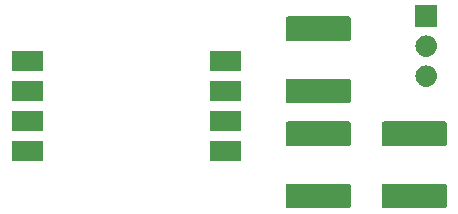
<source format=gbr>
G04 #@! TF.GenerationSoftware,KiCad,Pcbnew,(5.1.2-1)-1*
G04 #@! TF.CreationDate,2020-11-05T16:21:26-08:00*
G04 #@! TF.ProjectId,Pressure Sensor,50726573-7375-4726-9520-53656e736f72,rev?*
G04 #@! TF.SameCoordinates,Original*
G04 #@! TF.FileFunction,Soldermask,Top*
G04 #@! TF.FilePolarity,Negative*
%FSLAX46Y46*%
G04 Gerber Fmt 4.6, Leading zero omitted, Abs format (unit mm)*
G04 Created by KiCad (PCBNEW (5.1.2-1)-1) date 2020-11-05 16:21:26*
%MOMM*%
%LPD*%
G04 APERTURE LIST*
%ADD10C,0.100000*%
G04 APERTURE END LIST*
D10*
G36*
X159078402Y-33255351D02*
G01*
X159110101Y-33264967D01*
X159139310Y-33280580D01*
X159164911Y-33301589D01*
X159185920Y-33327190D01*
X159201533Y-33356399D01*
X159211149Y-33388098D01*
X159215000Y-33427197D01*
X159215000Y-35152803D01*
X159211149Y-35191902D01*
X159201533Y-35223601D01*
X159185920Y-35252810D01*
X159164911Y-35278411D01*
X159139310Y-35299420D01*
X159110101Y-35315033D01*
X159078402Y-35324649D01*
X159039303Y-35328500D01*
X153888697Y-35328500D01*
X153849598Y-35324649D01*
X153817899Y-35315033D01*
X153788690Y-35299420D01*
X153763089Y-35278411D01*
X153742080Y-35252810D01*
X153726467Y-35223601D01*
X153716851Y-35191902D01*
X153713000Y-35152803D01*
X153713000Y-33427197D01*
X153716851Y-33388098D01*
X153726467Y-33356399D01*
X153742080Y-33327190D01*
X153763089Y-33301589D01*
X153788690Y-33280580D01*
X153817899Y-33264967D01*
X153849598Y-33255351D01*
X153888697Y-33251500D01*
X159039303Y-33251500D01*
X159078402Y-33255351D01*
X159078402Y-33255351D01*
G37*
G36*
X150950402Y-33255351D02*
G01*
X150982101Y-33264967D01*
X151011310Y-33280580D01*
X151036911Y-33301589D01*
X151057920Y-33327190D01*
X151073533Y-33356399D01*
X151083149Y-33388098D01*
X151087000Y-33427197D01*
X151087000Y-35152803D01*
X151083149Y-35191902D01*
X151073533Y-35223601D01*
X151057920Y-35252810D01*
X151036911Y-35278411D01*
X151011310Y-35299420D01*
X150982101Y-35315033D01*
X150950402Y-35324649D01*
X150911303Y-35328500D01*
X145760697Y-35328500D01*
X145721598Y-35324649D01*
X145689899Y-35315033D01*
X145660690Y-35299420D01*
X145635089Y-35278411D01*
X145614080Y-35252810D01*
X145598467Y-35223601D01*
X145588851Y-35191902D01*
X145585000Y-35152803D01*
X145585000Y-33427197D01*
X145588851Y-33388098D01*
X145598467Y-33356399D01*
X145614080Y-33327190D01*
X145635089Y-33301589D01*
X145660690Y-33280580D01*
X145689899Y-33264967D01*
X145721598Y-33255351D01*
X145760697Y-33251500D01*
X150911303Y-33251500D01*
X150950402Y-33255351D01*
X150950402Y-33255351D01*
G37*
G36*
X141783000Y-31293000D02*
G01*
X139141000Y-31293000D01*
X139141000Y-29667000D01*
X141783000Y-29667000D01*
X141783000Y-31293000D01*
X141783000Y-31293000D01*
G37*
G36*
X125019000Y-31293000D02*
G01*
X122377000Y-31293000D01*
X122377000Y-29667000D01*
X125019000Y-29667000D01*
X125019000Y-31293000D01*
X125019000Y-31293000D01*
G37*
G36*
X159078402Y-27980351D02*
G01*
X159110101Y-27989967D01*
X159139310Y-28005580D01*
X159164911Y-28026589D01*
X159185920Y-28052190D01*
X159201533Y-28081399D01*
X159211149Y-28113098D01*
X159215000Y-28152197D01*
X159215000Y-29877803D01*
X159211149Y-29916902D01*
X159201533Y-29948601D01*
X159185920Y-29977810D01*
X159164911Y-30003411D01*
X159139310Y-30024420D01*
X159110101Y-30040033D01*
X159078402Y-30049649D01*
X159039303Y-30053500D01*
X153888697Y-30053500D01*
X153849598Y-30049649D01*
X153817899Y-30040033D01*
X153788690Y-30024420D01*
X153763089Y-30003411D01*
X153742080Y-29977810D01*
X153726467Y-29948601D01*
X153716851Y-29916902D01*
X153713000Y-29877803D01*
X153713000Y-28152197D01*
X153716851Y-28113098D01*
X153726467Y-28081399D01*
X153742080Y-28052190D01*
X153763089Y-28026589D01*
X153788690Y-28005580D01*
X153817899Y-27989967D01*
X153849598Y-27980351D01*
X153888697Y-27976500D01*
X159039303Y-27976500D01*
X159078402Y-27980351D01*
X159078402Y-27980351D01*
G37*
G36*
X150950402Y-27980351D02*
G01*
X150982101Y-27989967D01*
X151011310Y-28005580D01*
X151036911Y-28026589D01*
X151057920Y-28052190D01*
X151073533Y-28081399D01*
X151083149Y-28113098D01*
X151087000Y-28152197D01*
X151087000Y-29877803D01*
X151083149Y-29916902D01*
X151073533Y-29948601D01*
X151057920Y-29977810D01*
X151036911Y-30003411D01*
X151011310Y-30024420D01*
X150982101Y-30040033D01*
X150950402Y-30049649D01*
X150911303Y-30053500D01*
X145760697Y-30053500D01*
X145721598Y-30049649D01*
X145689899Y-30040033D01*
X145660690Y-30024420D01*
X145635089Y-30003411D01*
X145614080Y-29977810D01*
X145598467Y-29948601D01*
X145588851Y-29916902D01*
X145585000Y-29877803D01*
X145585000Y-28152197D01*
X145588851Y-28113098D01*
X145598467Y-28081399D01*
X145614080Y-28052190D01*
X145635089Y-28026589D01*
X145660690Y-28005580D01*
X145689899Y-27989967D01*
X145721598Y-27980351D01*
X145760697Y-27976500D01*
X150911303Y-27976500D01*
X150950402Y-27980351D01*
X150950402Y-27980351D01*
G37*
G36*
X141783000Y-28753000D02*
G01*
X139141000Y-28753000D01*
X139141000Y-27127000D01*
X141783000Y-27127000D01*
X141783000Y-28753000D01*
X141783000Y-28753000D01*
G37*
G36*
X125019000Y-28753000D02*
G01*
X122377000Y-28753000D01*
X122377000Y-27127000D01*
X125019000Y-27127000D01*
X125019000Y-28753000D01*
X125019000Y-28753000D01*
G37*
G36*
X150950402Y-24365351D02*
G01*
X150982101Y-24374967D01*
X151011310Y-24390580D01*
X151036911Y-24411589D01*
X151057920Y-24437190D01*
X151073533Y-24466399D01*
X151083149Y-24498098D01*
X151087000Y-24537197D01*
X151087000Y-26262803D01*
X151083149Y-26301902D01*
X151073533Y-26333601D01*
X151057920Y-26362810D01*
X151036911Y-26388411D01*
X151011310Y-26409420D01*
X150982101Y-26425033D01*
X150950402Y-26434649D01*
X150911303Y-26438500D01*
X145760697Y-26438500D01*
X145721598Y-26434649D01*
X145689899Y-26425033D01*
X145660690Y-26409420D01*
X145635089Y-26388411D01*
X145614080Y-26362810D01*
X145598467Y-26333601D01*
X145588851Y-26301902D01*
X145585000Y-26262803D01*
X145585000Y-24537197D01*
X145588851Y-24498098D01*
X145598467Y-24466399D01*
X145614080Y-24437190D01*
X145635089Y-24411589D01*
X145660690Y-24390580D01*
X145689899Y-24374967D01*
X145721598Y-24365351D01*
X145760697Y-24361500D01*
X150911303Y-24361500D01*
X150950402Y-24365351D01*
X150950402Y-24365351D01*
G37*
G36*
X141783000Y-26213000D02*
G01*
X139141000Y-26213000D01*
X139141000Y-24587000D01*
X141783000Y-24587000D01*
X141783000Y-26213000D01*
X141783000Y-26213000D01*
G37*
G36*
X125019000Y-26213000D02*
G01*
X122377000Y-26213000D01*
X122377000Y-24587000D01*
X125019000Y-24587000D01*
X125019000Y-26213000D01*
X125019000Y-26213000D01*
G37*
G36*
X157590442Y-23235518D02*
G01*
X157656627Y-23242037D01*
X157826466Y-23293557D01*
X157982991Y-23377222D01*
X158018729Y-23406552D01*
X158120186Y-23489814D01*
X158203448Y-23591271D01*
X158232778Y-23627009D01*
X158316443Y-23783534D01*
X158367963Y-23953373D01*
X158385359Y-24130000D01*
X158367963Y-24306627D01*
X158316443Y-24476466D01*
X158232778Y-24632991D01*
X158203448Y-24668729D01*
X158120186Y-24770186D01*
X158018729Y-24853448D01*
X157982991Y-24882778D01*
X157826466Y-24966443D01*
X157656627Y-25017963D01*
X157590443Y-25024481D01*
X157524260Y-25031000D01*
X157435740Y-25031000D01*
X157369557Y-25024481D01*
X157303373Y-25017963D01*
X157133534Y-24966443D01*
X156977009Y-24882778D01*
X156941271Y-24853448D01*
X156839814Y-24770186D01*
X156756552Y-24668729D01*
X156727222Y-24632991D01*
X156643557Y-24476466D01*
X156592037Y-24306627D01*
X156574641Y-24130000D01*
X156592037Y-23953373D01*
X156643557Y-23783534D01*
X156727222Y-23627009D01*
X156756552Y-23591271D01*
X156839814Y-23489814D01*
X156941271Y-23406552D01*
X156977009Y-23377222D01*
X157133534Y-23293557D01*
X157303373Y-23242037D01*
X157369558Y-23235518D01*
X157435740Y-23229000D01*
X157524260Y-23229000D01*
X157590442Y-23235518D01*
X157590442Y-23235518D01*
G37*
G36*
X141783000Y-23673000D02*
G01*
X139141000Y-23673000D01*
X139141000Y-22047000D01*
X141783000Y-22047000D01*
X141783000Y-23673000D01*
X141783000Y-23673000D01*
G37*
G36*
X125019000Y-23673000D02*
G01*
X122377000Y-23673000D01*
X122377000Y-22047000D01*
X125019000Y-22047000D01*
X125019000Y-23673000D01*
X125019000Y-23673000D01*
G37*
G36*
X157590443Y-20695519D02*
G01*
X157656627Y-20702037D01*
X157826466Y-20753557D01*
X157982991Y-20837222D01*
X158018729Y-20866552D01*
X158120186Y-20949814D01*
X158199660Y-21046655D01*
X158232778Y-21087009D01*
X158316443Y-21243534D01*
X158367963Y-21413373D01*
X158385359Y-21590000D01*
X158367963Y-21766627D01*
X158316443Y-21936466D01*
X158232778Y-22092991D01*
X158203448Y-22128729D01*
X158120186Y-22230186D01*
X158018729Y-22313448D01*
X157982991Y-22342778D01*
X157826466Y-22426443D01*
X157656627Y-22477963D01*
X157590442Y-22484482D01*
X157524260Y-22491000D01*
X157435740Y-22491000D01*
X157369558Y-22484482D01*
X157303373Y-22477963D01*
X157133534Y-22426443D01*
X156977009Y-22342778D01*
X156941271Y-22313448D01*
X156839814Y-22230186D01*
X156756552Y-22128729D01*
X156727222Y-22092991D01*
X156643557Y-21936466D01*
X156592037Y-21766627D01*
X156574641Y-21590000D01*
X156592037Y-21413373D01*
X156643557Y-21243534D01*
X156727222Y-21087009D01*
X156760340Y-21046655D01*
X156839814Y-20949814D01*
X156941271Y-20866552D01*
X156977009Y-20837222D01*
X157133534Y-20753557D01*
X157303373Y-20702037D01*
X157369558Y-20695518D01*
X157435740Y-20689000D01*
X157524260Y-20689000D01*
X157590443Y-20695519D01*
X157590443Y-20695519D01*
G37*
G36*
X150950402Y-19090351D02*
G01*
X150982101Y-19099967D01*
X151011310Y-19115580D01*
X151036911Y-19136589D01*
X151057920Y-19162190D01*
X151073533Y-19191399D01*
X151083149Y-19223098D01*
X151087000Y-19262197D01*
X151087000Y-20987803D01*
X151083149Y-21026902D01*
X151073533Y-21058601D01*
X151057920Y-21087810D01*
X151036911Y-21113411D01*
X151011310Y-21134420D01*
X150982101Y-21150033D01*
X150950402Y-21159649D01*
X150911303Y-21163500D01*
X145760697Y-21163500D01*
X145721598Y-21159649D01*
X145689899Y-21150033D01*
X145660690Y-21134420D01*
X145635089Y-21113411D01*
X145614080Y-21087810D01*
X145598467Y-21058601D01*
X145588851Y-21026902D01*
X145585000Y-20987803D01*
X145585000Y-19262197D01*
X145588851Y-19223098D01*
X145598467Y-19191399D01*
X145614080Y-19162190D01*
X145635089Y-19136589D01*
X145660690Y-19115580D01*
X145689899Y-19099967D01*
X145721598Y-19090351D01*
X145760697Y-19086500D01*
X150911303Y-19086500D01*
X150950402Y-19090351D01*
X150950402Y-19090351D01*
G37*
G36*
X158381000Y-19951000D02*
G01*
X156579000Y-19951000D01*
X156579000Y-18149000D01*
X158381000Y-18149000D01*
X158381000Y-19951000D01*
X158381000Y-19951000D01*
G37*
M02*

</source>
